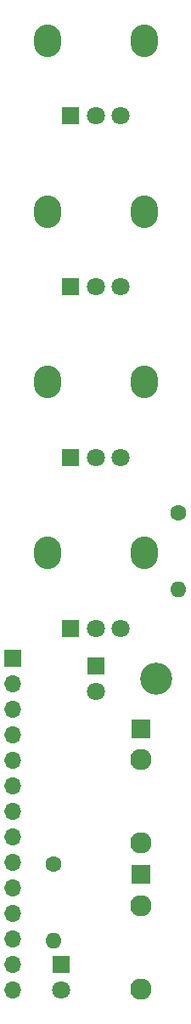
<source format=gbr>
%TF.GenerationSoftware,KiCad,Pcbnew,5.1.9+dfsg1-1~bpo10+1*%
%TF.CreationDate,2022-01-20T02:51:13+08:00*%
%TF.ProjectId,MiniADSR 1.1 - Control Board,4d696e69-4144-4535-9220-312e31202d20,rev?*%
%TF.SameCoordinates,Original*%
%TF.FileFunction,Soldermask,Top*%
%TF.FilePolarity,Negative*%
%FSLAX46Y46*%
G04 Gerber Fmt 4.6, Leading zero omitted, Abs format (unit mm)*
G04 Created by KiCad (PCBNEW 5.1.9+dfsg1-1~bpo10+1) date 2022-01-20 02:51:13*
%MOMM*%
%LPD*%
G01*
G04 APERTURE LIST*
%ADD10R,1.800000X1.800000*%
%ADD11C,1.800000*%
%ADD12O,2.720000X3.240000*%
%ADD13C,3.200000*%
%ADD14R,1.930000X1.830000*%
%ADD15C,2.130000*%
%ADD16C,1.600000*%
%ADD17O,1.600000X1.600000*%
%ADD18R,1.700000X1.700000*%
%ADD19O,1.700000X1.700000*%
G04 APERTURE END LIST*
D10*
%TO.C,POT_RELEASE1*%
X99000000Y-117500000D03*
D11*
X104000000Y-117500000D03*
X101500000Y-117500000D03*
D12*
X106300000Y-110000000D03*
X96700000Y-110000000D03*
%TD*%
D13*
%TO.C,REF\u002A\u002A*%
X107500000Y-122500000D03*
%TD*%
D14*
%TO.C,J1*%
X106000000Y-127500000D03*
D15*
X106000000Y-130600000D03*
X106000000Y-138900000D03*
%TD*%
D16*
%TO.C,R12*%
X97250000Y-141000000D03*
D17*
X97250000Y-148620000D03*
%TD*%
%TO.C,R11*%
X109750000Y-113620000D03*
D16*
X109750000Y-106000000D03*
%TD*%
D12*
%TO.C,POT_ATTACK1*%
X96700000Y-59000000D03*
X106300000Y-59000000D03*
D11*
X101500000Y-66500000D03*
X104000000Y-66500000D03*
D10*
X99000000Y-66500000D03*
%TD*%
D12*
%TO.C,POT_DECAY1*%
X96700000Y-76000000D03*
X106300000Y-76000000D03*
D11*
X101500000Y-83500000D03*
X104000000Y-83500000D03*
D10*
X99000000Y-83500000D03*
%TD*%
%TO.C,POT_SUSTAIN1*%
X99000000Y-100500000D03*
D11*
X104000000Y-100500000D03*
X101500000Y-100500000D03*
D12*
X106300000Y-93000000D03*
X96700000Y-93000000D03*
%TD*%
D11*
%TO.C,D6*%
X101500000Y-123790000D03*
D10*
X101500000Y-121250000D03*
%TD*%
%TO.C,D7*%
X98000000Y-151000000D03*
D11*
X98000000Y-153540000D03*
%TD*%
D14*
%TO.C,J2*%
X106000000Y-142000000D03*
D15*
X106000000Y-145100000D03*
X106000000Y-153400000D03*
%TD*%
D18*
%TO.C,J4*%
X93250000Y-120500000D03*
D19*
X93250000Y-123040000D03*
X93250000Y-125580000D03*
X93250000Y-128120000D03*
X93250000Y-130660000D03*
X93250000Y-133200000D03*
X93250000Y-135740000D03*
X93250000Y-138280000D03*
X93250000Y-140820000D03*
X93250000Y-143360000D03*
X93250000Y-145900000D03*
X93250000Y-148440000D03*
X93250000Y-150980000D03*
X93250000Y-153520000D03*
%TD*%
M02*

</source>
